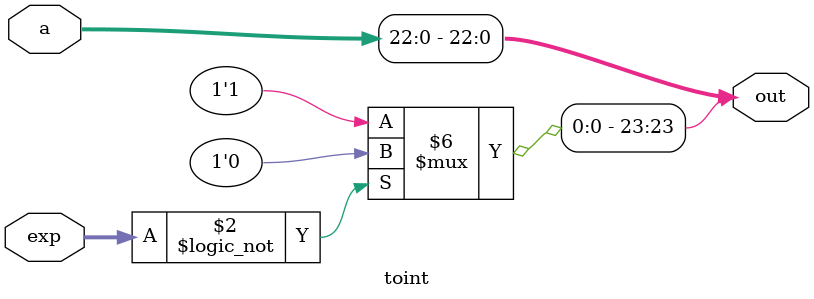
<source format=v>
module toint(a, exp, out);
    input [22 : 0] a;
    input [7 : 0] exp;
    output [23 : 0] out;

    reg [23 : 0] out;
    always@(a or exp) begin
        if(exp == 0) begin
            out[23] = 0;
            out[22 : 0] = a;
        end
        else begin
            out[23] = 1;
            out[22 : 0] = a;
        end
    end
endmodule

// module test();
//     reg [22 : 0] a;
//     reg [7 : 0] exp;

//     wire [23 : 0] out;
//     toint to(a, exp, out);
//     initial begin
//         $monitor(" a = %23b exp = %8b out = %24b ", a, exp, out);

//         #1 a = 23'b00100101001010001110101; exp = 8'b00000000;
//         #1 a = 23'b00100101001010001110101; exp = 8'b00101011;
//     end
// endmodule
</source>
